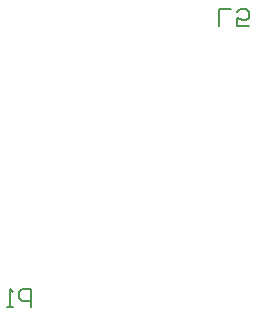
<source format=gbr>
%TF.GenerationSoftware,Altium Limited,Altium Designer,24.7.2 (38)*%
G04 Layer_Color=16711935*
%FSLAX43Y43*%
%MOMM*%
%TF.SameCoordinates,A6C98B59-F63B-4C8E-8392-574C2285590F*%
%TF.FilePolarity,Positive*%
%TF.FileFunction,Other,Bottom_Designator*%
%TF.Part,Single*%
G01*
G75*
%TA.AperFunction,NonConductor*%
%ADD58C,0.150*%
D58*
X46950Y24325D02*
Y25825D01*
X47950D01*
X49450Y24325D02*
X48450D01*
Y25075D01*
X48950Y24825D01*
X49200D01*
X49450Y25075D01*
Y25575D01*
X49200Y25825D01*
X48700D01*
X48450Y25575D01*
X31000Y600D02*
Y2100D01*
X30250D01*
X30000Y1850D01*
Y1350D01*
X30250Y1100D01*
X31000D01*
X29500Y600D02*
X29000D01*
X29250D01*
Y2100D01*
X29500Y1850D01*
%TF.MD5,ae5b5929dd7ac120fc3509f61d9ee5b9*%
M02*

</source>
